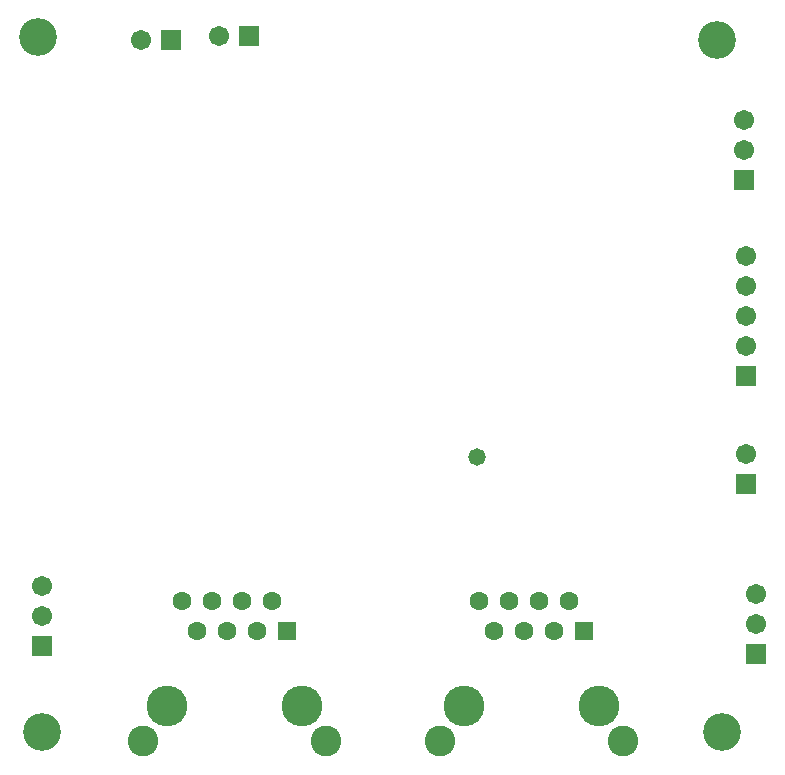
<source format=gts>
%FSTAX23Y23*%
%MOIN*%
%SFA1B1*%

%IPPOS*%
%ADD11C,0.067055*%
%ADD12R,0.067055X0.067055*%
%ADD13C,0.102488*%
%ADD14C,0.063039*%
%ADD15R,0.063039X0.063039*%
%ADD16C,0.135952*%
%ADD17R,0.067055X0.067055*%
%ADD18C,0.058000*%
%ADD19C,0.126110*%
%LNbinbot_board_up-1*%
%LPD*%
G54D11*
X00755Y-0015D03*
X0251Y-01545D03*
X02505Y-0043D03*
Y-0053D03*
X00495Y-00165D03*
X02545Y-0211D03*
Y-0201D03*
X00165Y-02085D03*
Y-01985D03*
X0251Y-00885D03*
Y-00985D03*
Y-01085D03*
Y-01185D03*
G54D12*
X00855Y-0015D03*
X00595Y-00165D03*
G54D13*
X00499Y-02501D03*
X01111D03*
X01489D03*
X02101D03*
G54D14*
X0063Y-02035D03*
X0068Y-02135D03*
X0093Y-02035D03*
X0073D03*
X0088Y-02135D03*
X0078D03*
X0083Y-02035D03*
X0162D03*
X0167Y-02135D03*
X0192Y-02035D03*
X0172D03*
X0187Y-02135D03*
X0177D03*
X0182Y-02035D03*
G54D15*
X0098Y-02135D03*
X0197D03*
G54D16*
X0058Y-02385D03*
X0103D03*
X0157D03*
X0202D03*
G54D17*
X0251Y-01645D03*
X02505Y-0063D03*
X02545Y-0221D03*
X00165Y-02185D03*
X0251Y-01285D03*
G54D18*
X01615Y-01555D03*
G54D19*
X00149Y-00154D03*
X02414Y-00164D03*
X0243Y-0247D03*
X00165D03*
M02*
</source>
